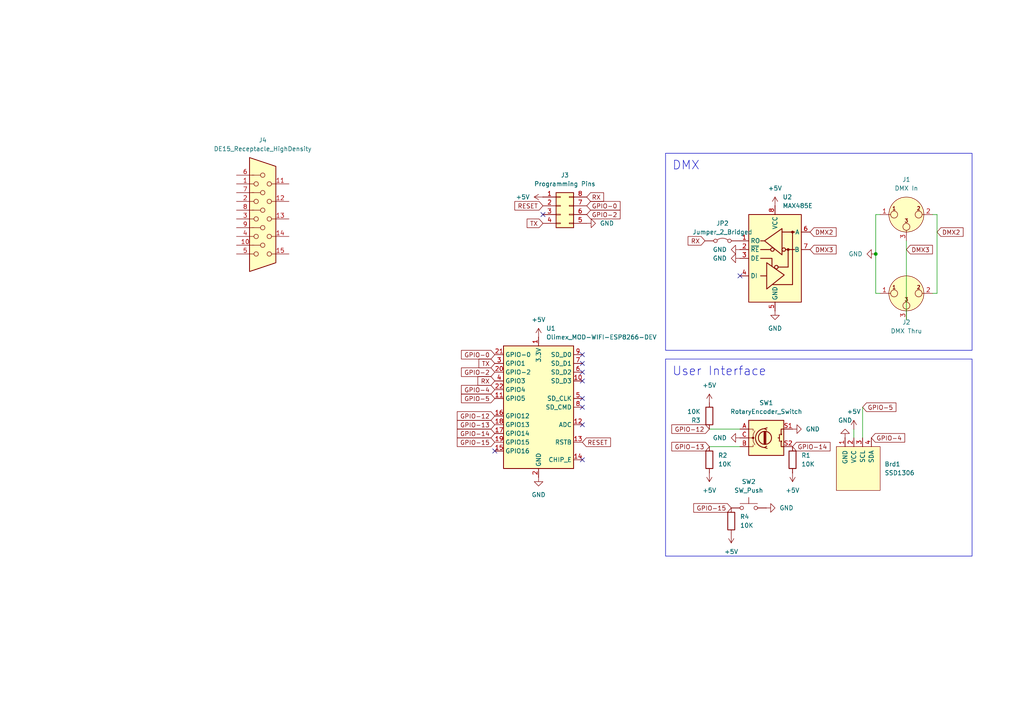
<source format=kicad_sch>
(kicad_sch (version 20250114) (generator "eeschema") (generator_version "9.0")
  (paper "A4")
  (lib_symbols
    (symbol "Connector:DE15_Receptacle_HighDensity" (pin_names (offset 1.016) (hide yes))
      (property "Reference" "J" (at 0 21.59 0))
      (property "Value" "DE15_Receptacle_HighDensity" (at 0 19.05 0))
      (symbol "DE15_Receptacle_HighDensity_0_1"
        (polyline (pts (xy -3.81 17.78) (xy -3.81 -15.24) (xy 3.81 -12.7) (xy 3.81 15.24) (xy -3.81 17.78)) (stroke (width 0.254)) (fill (type background)))
        (polyline (pts (xy -3.175 7.62) (xy -0.635 7.62)))
        (circle (center -1.905 10.16) (radius 0.635))
        (circle (center -1.905 5.08) (radius 0.635))
        (circle (center -1.905 0) (radius 0.635))
        (circle (center -1.905 -5.08) (radius 0.635))
        (circle (center -1.905 -10.16) (radius 0.635))
        (polyline (pts (xy -0.635 12.7) (xy -3.175 12.7)))
        (polyline (pts (xy -0.635 2.54) (xy -3.175 2.54)))
        (polyline (pts (xy -0.635 -2.54) (xy -3.175 -2.54)))
        (polyline (pts (xy -0.635 -7.62) (xy -3.175 -7.62)))
        (circle (center 0 12.7) (radius 0.635))
        (circle (center 0 7.62) (radius 0.635))
        (circle (center 0 2.54) (radius 0.635))
        (circle (center 0 -2.54) (radius 0.635))
        (circle (center 0 -7.62) (radius 0.635))
        (circle (center 1.905 10.16) (radius 0.635))
        (circle (center 1.905 5.08) (radius 0.635))
        (circle (center 1.905 0) (radius 0.635))
        (circle (center 1.905 -5.08) (radius 0.635))
        (circle (center 1.905 -10.16) (radius 0.635))
      )
      (symbol "DE15_Receptacle_HighDensity_1_1"
        (pin passive line (at -7.62 12.7 0) (length 5.08) (name "~") (number "6"))
        (pin passive line (at -7.62 10.16 0) (length 5.08) (name "~") (number "1"))
        (pin passive line (at -7.62 7.62 0) (length 5.08) (name "~") (number "7"))
        (pin passive line (at -7.62 5.08 0) (length 5.08) (name "~") (number "2"))
        (pin passive line (at -7.62 2.54 0) (length 5.08) (name "~") (number "8"))
        (pin passive line (at -7.62 0 0) (length 5.08) (name "~") (number "3"))
        (pin passive line (at -7.62 -2.54 0) (length 5.08) (name "~") (number "9"))
        (pin passive line (at -7.62 -5.08 0) (length 5.08) (name "~") (number "4"))
        (pin passive line (at -7.62 -7.62 0) (length 5.08) (name "~") (number "10"))
        (pin passive line (at -7.62 -10.16 0) (length 5.08) (name "~") (number "5"))
        (pin passive line (at 7.62 10.16 180) (length 5.08) (name "~") (number "11"))
        (pin passive line (at 7.62 5.08 180) (length 5.08) (name "~") (number "12"))
        (pin passive line (at 7.62 0 180) (length 5.08) (name "~") (number "13"))
        (pin passive line (at 7.62 -5.08 180) (length 5.08) (name "~") (number "14"))
        (pin passive line (at 7.62 -10.16 180) (length 5.08) (name "~") (number "15"))
      )
    )
    (symbol "Connector_Audio:XLR3" (pin_names (hide yes))
      (property "Reference" "J" (at 0 8.89 0))
      (property "Value" "XLR3" (at 0 6.35 0))
      (symbol "XLR3_0_1"
        (polyline (pts (xy -5.08 0) (xy -4.572 0)))
        (circle (center -3.556 0) (radius 1.016))
        (circle (center 0 0) (radius 5.08) (fill (type background)))
        (circle (center 0 -3.556) (radius 1.016))
        (polyline (pts (xy 0 -5.08) (xy 0 -4.572)))
        (circle (center 3.556 0) (radius 1.016))
        (polyline (pts (xy 5.08 0) (xy 4.572 0)))
        (text "1" (at -3.556 1.778 0) (effects (font (size 1.016 1.016) (bold yes))))
        (text "3" (at 0 -1.778 0) (effects (font (size 1.016 1.016) (bold yes))))
        (text "2" (at 3.556 1.778 0) (effects (font (size 1.016 1.016) (bold yes))))
        (pin passive line (at -7.62 0 0) (length 2.54) (name "~") (number "1"))
        (pin passive line (at 0 -7.62 90) (length 2.54) (name "~") (number "3"))
        (pin passive line (at 7.62 0 180) (length 2.54) (name "~") (number "2"))
      )
    )
    (symbol "Connector_Generic:Conn_02x04_Counter_Clockwise" (pin_names (offset 1.016) (hide yes))
      (property "Reference" "J" (at 1.27 5.08 0))
      (property "Value" "Conn_02x04_Counter_Clockwise" (at 1.27 -7.62 0))
      (symbol "Conn_02x04_Counter_Clockwise_1_1"
        (rectangle (start -1.27 3.81) (end 3.81 -6.35) (stroke (width 0.254)) (fill (type background)))
        (rectangle (start -1.27 2.667) (end 0 2.413) (stroke (width 0.1524)))
        (rectangle (start -1.27 0.127) (end 0 -0.127) (stroke (width 0.1524)))
        (rectangle (start -1.27 -2.413) (end 0 -2.667) (stroke (width 0.1524)))
        (rectangle (start -1.27 -4.953) (end 0 -5.207) (stroke (width 0.1524)))
        (rectangle (start 3.81 2.667) (end 2.54 2.413) (stroke (width 0.1524)))
        (rectangle (start 3.81 0.127) (end 2.54 -0.127) (stroke (width 0.1524)))
        (rectangle (start 3.81 -2.413) (end 2.54 -2.667) (stroke (width 0.1524)))
        (rectangle (start 3.81 -4.953) (end 2.54 -5.207) (stroke (width 0.1524)))
        (pin passive line (at -5.08 2.54 0) (length 3.81) (name "Pin_1") (number "1"))
        (pin passive line (at -5.08 0 0) (length 3.81) (name "Pin_2") (number "2"))
        (pin passive line (at -5.08 -2.54 0) (length 3.81) (name "Pin_3") (number "3"))
        (pin passive line (at -5.08 -5.08 0) (length 3.81) (name "Pin_4") (number "4"))
        (pin passive line (at 7.62 2.54 180) (length 3.81) (name "Pin_8") (number "8"))
        (pin passive line (at 7.62 0 180) (length 3.81) (name "Pin_7") (number "7"))
        (pin passive line (at 7.62 -2.54 180) (length 3.81) (name "Pin_6") (number "6"))
        (pin passive line (at 7.62 -5.08 180) (length 3.81) (name "Pin_5") (number "5"))
      )
    )
    (symbol "Device:R" (pin_numbers (hide yes)) (pin_names (offset 0))
      (property "Reference" "R" (at 2.032 0 90))
      (property "Value" "R" (at 0 0 90))
      (symbol "R_0_1"
        (rectangle (start -1.016 -2.54) (end 1.016 2.54) (stroke (width 0.254)))
      )
      (symbol "R_1_1"
        (pin passive line (at 0 3.81 270) (length 1.27) (name "~") (number "1"))
        (pin passive line (at 0 -3.81 90) (length 1.27) (name "~") (number "2"))
      )
    )
    (symbol "Device:RotaryEncoder_Switch" (pin_names (offset 0.254) (hide yes))
      (property "Reference" "SW" (at 0 6.604 0))
      (property "Value" "RotaryEncoder_Switch" (at 0 -6.604 0))
      (symbol "RotaryEncoder_Switch_0_1"
        (rectangle (start -5.08 5.08) (end 5.08 -5.08) (stroke (width 0.254)) (fill (type background)))
        (polyline (pts (xy -5.08 2.54) (xy -3.81 2.54) (xy -3.81 2.032)))
        (polyline (pts (xy -5.08 0) (xy -3.81 0) (xy -3.81 -1.016) (xy -3.302 -2.032)))
        (polyline (pts (xy -5.08 -2.54) (xy -3.81 -2.54) (xy -3.81 -2.032)))
        (polyline (pts (xy -4.318 0) (xy -3.81 0) (xy -3.81 1.016) (xy -3.302 2.032)))
        (circle (center -3.81 0) (radius 0.254) (fill (type outline)))
        (polyline (pts (xy -0.635 -1.778) (xy -0.635 1.778)) (stroke (width 0.254)))
        (circle (center -0.381 0) (radius 1.905) (stroke (width 0.254)))
        (polyline (pts (xy -0.381 -1.778) (xy -0.381 1.778)) (stroke (width 0.254)))
        (arc (start -0.381 -2.794) (mid -3.0988 -0.0635) (end -0.381 2.667) (stroke (width 0.254)))
        (polyline (pts (xy -0.127 1.778) (xy -0.127 -1.778)) (stroke (width 0.254)))
        (polyline (pts (xy 0.254 2.921) (xy -0.508 2.667) (xy 0.127 2.286)) (stroke (width 0.254)))
        (polyline (pts (xy 0.254 -3.048) (xy -0.508 -2.794) (xy 0.127 -2.413)) (stroke (width 0.254)))
        (polyline (pts (xy 3.81 1.016) (xy 3.81 -1.016)) (stroke (width 0.254)))
        (polyline (pts (xy 3.81 0) (xy 3.429 0)) (stroke (width 0.254)))
        (circle (center 4.318 1.016) (radius 0.127) (stroke (width 0.254)))
        (circle (center 4.318 -1.016) (radius 0.127) (stroke (width 0.254)))
        (polyline (pts (xy 5.08 2.54) (xy 4.318 2.54) (xy 4.318 1.016)) (stroke (width 0.254)))
        (polyline (pts (xy 5.08 -2.54) (xy 4.318 -2.54) (xy 4.318 -1.016)) (stroke (width 0.254)))
      )
      (symbol "RotaryEncoder_Switch_1_1"
        (pin passive line (at -7.62 2.54 0) (length 2.54) (name "A") (number "A"))
        (pin passive line (at -7.62 0 0) (length 2.54) (name "C") (number "C"))
        (pin passive line (at -7.62 -2.54 0) (length 2.54) (name "B") (number "B"))
        (pin passive line (at 7.62 2.54 180) (length 2.54) (name "S1") (number "S1"))
        (pin passive line (at 7.62 -2.54 180) (length 2.54) (name "S2") (number "S2"))
      )
    )
    (symbol "Interface_UART:MAX485E"
      (property "Reference" "U" (at -6.985 13.97 0))
      (property "Value" "MAX485E" (at 1.905 13.97 0))
      (symbol "MAX485E_0_1"
        (rectangle (start -7.62 12.7) (end 7.62 -12.7) (stroke (width 0.254)) (fill (type background)))
        (polyline (pts (xy -4.191 2.54) (xy -1.27 2.54)) (stroke (width 0.254)))
        (polyline (pts (xy -4.191 0) (xy -0.889 0) (xy -0.889 -2.286)) (stroke (width 0.254)))
        (polyline (pts (xy -3.175 5.08) (xy -4.191 5.08) (xy -4.064 5.08)) (stroke (width 0.254)))
        (polyline (pts (xy -2.54 -5.08) (xy -4.191 -5.08)) (stroke (width 0.254)))
        (polyline (pts (xy -2.413 -5.08) (xy -2.413 -1.27) (xy 2.667 -4.826) (xy -2.413 -8.89) (xy -2.413 -5.08)) (stroke (width 0.254)))
        (polyline (pts (xy -0.635 -7.62) (xy 5.08 -7.62)) (stroke (width 0.254)))
        (circle (center 0.381 -2.54) (radius 0.508) (stroke (width 0.254)))
        (polyline (pts (xy 0.889 -2.54) (xy 3.81 -2.54)) (stroke (width 0.254)))
        (polyline (pts (xy 2.032 7.62) (xy 5.715 7.62)) (stroke (width 0.254)))
        (polyline (pts (xy 3.048 2.54) (xy 5.715 2.54)) (stroke (width 0.254)))
        (circle (center 3.81 2.54) (radius 0.2794) (stroke (width 0.254)) (fill (type outline)))
        (polyline (pts (xy 3.81 -2.54) (xy 3.81 2.54)) (stroke (width 0.254)))
        (polyline (pts (xy 5.08 -7.62) (xy 5.08 7.62)) (stroke (width 0.254)))
      )
      (symbol "MAX485E_1_1"
        (circle (center -0.762 2.54) (radius 0.508) (stroke (width 0.254)))
        (polyline (pts (xy 2.032 4.826) (xy 2.032 8.636) (xy -3.048 5.08) (xy 2.032 1.016) (xy 2.032 4.826)) (stroke (width 0.254)))
        (circle (center 2.54 2.54) (radius 0.508) (stroke (width 0.254)))
        (circle (center 5.08 7.62) (radius 0.2794) (stroke (width 0.254)) (fill (type outline)))
        (pin output line (at -10.16 5.08 0) (length 2.54) (name "RO") (number "1"))
        (pin input line (at -10.16 2.54 0) (length 2.54) (name "~{RE}") (number "2"))
        (pin input line (at -10.16 0 0) (length 2.54) (name "DE") (number "3"))
        (pin input line (at -10.16 -5.08 0) (length 2.54) (name "DI") (number "4"))
        (pin power_in line (at 0 15.24 270) (length 2.54) (name "VCC") (number "8"))
        (pin power_in line (at 0 -15.24 90) (length 2.54) (name "GND") (number "5"))
        (pin bidirectional line (at 10.16 7.62 180) (length 2.54) (name "A") (number "6"))
        (pin bidirectional line (at 10.16 2.54 180) (length 2.54) (name "B") (number "7"))
      )
    )
    (symbol "Jumper:Jumper_2_Bridged" (pin_numbers (hide yes)) (pin_names (offset 0) (hide yes)) (exclude_from_sim yes)
      (property "Reference" "JP" (at 0 1.905 0))
      (property "Value" "Jumper_2_Bridged" (at 0 -2.54 0))
      (symbol "Jumper_2_Bridged_0_0"
        (circle (center -2.032 0) (radius 0.508))
        (circle (center 2.032 0) (radius 0.508))
      )
      (symbol "Jumper_2_Bridged_0_1"
        (arc (start -1.524 0.254) (mid 0 0.762) (end 1.524 0.254))
      )
      (symbol "Jumper_2_Bridged_1_1"
        (pin passive line (at -5.08 0 0) (length 2.54) (name "A") (number "1"))
        (pin passive line (at 5.08 0 180) (length 2.54) (name "B") (number "2"))
      )
    )
    (symbol "MCU_Module:Olimex_MOD-WIFI-ESP8266-DEV"
      (property "Reference" "U" (at 1.27 21.59 0))
      (property "Value" "Olimex_MOD-WIFI-ESP8266-DEV" (at 1.27 19.05 0))
      (symbol "Olimex_MOD-WIFI-ESP8266-DEV_0_1"
        (rectangle (start -10.16 17.78) (end 10.16 -17.78) (stroke (width 0.254)) (fill (type background)))
      )
      (symbol "Olimex_MOD-WIFI-ESP8266-DEV_1_1"
        (pin bidirectional line (at -12.7 15.24 0) (length 2.54) (name "GPIO-0") (number "21"))
        (pin bidirectional line (at -12.7 12.7 0) (length 2.54) (name "GPIO1") (number "3"))
        (pin bidirectional line (at -12.7 10.16 0) (length 2.54) (name "GPIO-2") (number "20"))
        (pin bidirectional line (at -12.7 7.62 0) (length 2.54) (name "GPIO3") (number "4"))
        (pin bidirectional line (at -12.7 5.08 0) (length 2.54) (name "GPIO4") (number "22"))
        (pin bidirectional line (at -12.7 2.54 0) (length 2.54) (name "GPIO5") (number "11"))
        (pin bidirectional line (at -12.7 -2.54 0) (length 2.54) (name "GPIO12") (number "16"))
        (pin bidirectional line (at -12.7 -5.08 0) (length 2.54) (name "GPIO13") (number "18"))
        (pin bidirectional line (at -12.7 -7.62 0) (length 2.54) (name "GPIO14") (number "17"))
        (pin bidirectional line (at -12.7 -10.16 0) (length 2.54) (name "GPIO15") (number "19"))
        (pin bidirectional line (at -12.7 -12.7 0) (length 2.54) (name "GPIO16") (number "15"))
        (pin power_in line (at 0 20.32 270) (length 2.54) (name "3.3V") (number "1"))
        (pin power_in line (at 0 -20.32 90) (length 2.54) (name "GND") (number "2"))
        (pin unspecified line (at 12.7 15.24 180) (length 2.54) (name "SD_D0") (number "9"))
        (pin unspecified line (at 12.7 12.7 180) (length 2.54) (name "SD_D1") (number "7"))
        (pin unspecified line (at 12.7 10.16 180) (length 2.54) (name "SD_D2") (number "6"))
        (pin unspecified line (at 12.7 7.62 180) (length 2.54) (name "SD_D3") (number "10"))
        (pin unspecified line (at 12.7 2.54 180) (length 2.54) (name "SD_CLK") (number "5"))
        (pin unspecified line (at 12.7 0 180) (length 2.54) (name "SD_CMD") (number "8"))
        (pin unspecified line (at 12.7 -5.08 180) (length 2.54) (name "ADC") (number "12"))
        (pin input line (at 12.7 -10.16 180) (length 2.54) (name "RSTB") (number "13"))
        (pin unspecified line (at 12.7 -15.24 180) (length 2.54) (name "CHIP_E") (number "14"))
      )
    )
    (symbol "SSD1306-128x64_OLED:SSD1306" (pin_names (offset 1.016))
      (property "Reference" "Brd" (at 0 -3.81 0))
      (property "Value" "SSD1306" (at 0 -1.27 0))
      (symbol "SSD1306_0_1"
        (rectangle (start -6.35 6.35) (end 6.35 -6.35) (fill (type background)))
      )
      (symbol "SSD1306_1_1"
        (pin input line (at -3.81 8.89 270) (length 2.54) (name "GND") (number "1"))
        (pin input line (at -1.27 8.89 270) (length 2.54) (name "VCC") (number "2"))
        (pin input line (at 1.27 8.89 270) (length 2.54) (name "SCL") (number "3"))
        (pin input line (at 3.81 8.89 270) (length 2.54) (name "SDA") (number "4"))
      )
    )
    (symbol "Switch:SW_Push" (pin_numbers (hide yes)) (pin_names (offset 1.016) (hide yes))
      (property "Reference" "SW" (at 1.27 2.54 0))
      (property "Value" "SW_Push" (at 0 -1.524 0))
      (symbol "SW_Push_0_1"
        (circle (center -2.032 0) (radius 0.508))
        (polyline (pts (xy 0 1.27) (xy 0 3.048)))
        (circle (center 2.032 0) (radius 0.508))
        (polyline (pts (xy 2.54 1.27) (xy -2.54 1.27)))
        (pin passive line (at -5.08 0 0) (length 2.54) (name "1") (number "1"))
        (pin passive line (at 5.08 0 180) (length 2.54) (name "2") (number "2"))
      )
    )
    (symbol "power:+5V" (power) (pin_numbers (hide yes)) (pin_names (offset 0) (hide yes))
      (property "Value" "+5V" (at 0 3.556 0))
      (symbol "+5V_0_1"
        (polyline (pts (xy -0.762 1.27) (xy 0 2.54)))
        (polyline (pts (xy 0 2.54) (xy 0.762 1.27)))
        (polyline (pts (xy 0 0) (xy 0 2.54)))
      )
      (symbol "+5V_1_1"
        (pin power_in line (at 0 0 90) (length 0) (name "~") (number "1"))
      )
    )
    (symbol "power:GND" (power) (pin_numbers (hide yes)) (pin_names (offset 0) (hide yes))
      (property "Value" "GND" (at 0 -3.81 0))
      (symbol "GND_0_1"
        (polyline (pts (xy 0 0) (xy 0 -1.27) (xy 1.27 -1.27) (xy 0 -2.54) (xy -1.27 -1.27) (xy 0 -1.27)))
      )
      (symbol "GND_1_1"
        (pin power_in line (at 0 0 270) (length 0) (name "~") (number "1"))
      )
    )
  )
  (text_box "DMX" (at 193.04 44.45 0) (size 88.9 57.15) (margins 1.905 1.905 1.905 1.905) (effects (font (size 2.54 2.54)) (justify left top)))
  (text_box "User Interface" (at 193.04 104.14 0) (size 88.9 57.15) (margins 1.905 1.905 1.905 1.905) (effects (font (size 2.54 2.54)) (justify left top)))
  (junction (at 254 73.66))
  (no_connect (at 168.91 107.95))
  (no_connect (at 168.91 105.41))
  (no_connect (at 168.91 102.87))
  (no_connect (at 143.51 130.81))
  (no_connect (at 168.91 123.19))
  (no_connect (at 168.91 110.49))
  (no_connect (at 168.91 115.57))
  (no_connect (at 168.91 118.11))
  (no_connect (at 157.48 62.23))
  (no_connect (at 214.63 80.01))
  (no_connect (at 168.91 133.35))
  (wire (pts (xy 250.19 118.11) (xy 250.19 127)))
  (wire (pts (xy 205.74 124.46) (xy 214.63 124.46)))
  (wire (pts (xy 262.89 69.85) (xy 262.89 92.71)))
  (wire (pts (xy 271.78 85.09) (xy 270.51 85.09)))
  (wire (pts (xy 254 62.23) (xy 255.27 62.23)))
  (wire (pts (xy 271.78 62.23) (xy 271.78 85.09)))
  (wire (pts (xy 254 62.23) (xy 254 73.66)))
  (wire (pts (xy 254 73.66) (xy 254 85.09)))
  (wire (pts (xy 254 85.09) (xy 255.27 85.09)))
  (wire (pts (xy 247.65 124.46) (xy 247.65 127)))
  (wire (pts (xy 205.74 129.54) (xy 214.63 129.54)))
  (wire (pts (xy 271.78 62.23) (xy 270.51 62.23)))
  (global_label "GPIO-4" (shape input) (at 143.51 113.03 180) (property "Intersheetrefs" "${INTERSHEET_REFS}" (effects (hide yes))))
  (global_label "DMX2" (shape input) (at 271.78 67.31 0) (property "Intersheetrefs" "${INTERSHEET_REFS}" (effects (hide yes))))
  (global_label "GPIO-4" (shape input) (at 252.73 127 0) (property "Intersheetrefs" "${INTERSHEET_REFS}" (effects (hide yes))))
  (global_label "GPIO-0" (shape input) (at 170.18 59.69 0) (property "Intersheetrefs" "${INTERSHEET_REFS}" (effects (hide yes))))
  (global_label "GPIO-5" (shape input) (at 143.51 115.57 180) (property "Intersheetrefs" "${INTERSHEET_REFS}" (effects (hide yes))))
  (global_label "GPIO-0" (shape input) (at 143.51 102.87 180) (property "Intersheetrefs" "${INTERSHEET_REFS}" (effects (hide yes))))
  (global_label "GPIO-12" (shape input) (at 143.51 120.65 180) (property "Intersheetrefs" "${INTERSHEET_REFS}" (effects (hide yes))))
  (global_label "GPIO-14" (shape input) (at 143.51 125.73 180) (property "Intersheetrefs" "${INTERSHEET_REFS}" (effects (hide yes))))
  (global_label "GPIO-2" (shape input) (at 170.18 62.23 0) (property "Intersheetrefs" "${INTERSHEET_REFS}" (effects (hide yes))))
  (global_label "DMX2" (shape input) (at 234.95 67.31 0) (property "Intersheetrefs" "${INTERSHEET_REFS}" (effects (hide yes))))
  (global_label "RX" (shape input) (at 143.51 110.49 180) (property "Intersheetrefs" "${INTERSHEET_REFS}" (effects (hide yes))))
  (global_label "RESET" (shape input) (at 157.48 59.69 180) (property "Intersheetrefs" "${INTERSHEET_REFS}" (effects (hide yes))))
  (global_label "TX" (shape input) (at 143.51 105.41 180) (property "Intersheetrefs" "${INTERSHEET_REFS}" (effects (hide yes))))
  (global_label "TX" (shape input) (at 157.48 64.77 180) (property "Intersheetrefs" "${INTERSHEET_REFS}" (effects (hide yes))))
  (global_label "RX" (shape input) (at 204.47 69.85 180) (property "Intersheetrefs" "${INTERSHEET_REFS}" (effects (hide yes))))
  (global_label "GPIO-5" (shape input) (at 250.19 118.11 0) (property "Intersheetrefs" "${INTERSHEET_REFS}" (effects (hide yes))))
  (global_label "GPIO-15" (shape input) (at 143.51 128.27 180) (property "Intersheetrefs" "${INTERSHEET_REFS}" (effects (hide yes))))
  (global_label "GPIO-14" (shape input) (at 229.87 129.54 0) (property "Intersheetrefs" "${INTERSHEET_REFS}" (effects (hide yes))))
  (global_label "GPIO-2" (shape input) (at 143.51 107.95 180) (property "Intersheetrefs" "${INTERSHEET_REFS}" (effects (hide yes))))
  (global_label "RX" (shape input) (at 170.18 57.15 0) (property "Intersheetrefs" "${INTERSHEET_REFS}" (effects (hide yes))))
  (global_label "GPIO-13" (shape input) (at 143.51 123.19 180) (property "Intersheetrefs" "${INTERSHEET_REFS}" (effects (hide yes))))
  (global_label "RESET" (shape input) (at 168.91 128.27 0) (property "Intersheetrefs" "${INTERSHEET_REFS}" (effects (hide yes))))
  (global_label "GPIO-15" (shape input) (at 212.09 147.32 180) (property "Intersheetrefs" "${INTERSHEET_REFS}" (effects (hide yes))))
  (global_label "DMX3" (shape input) (at 234.95 72.39 0) (property "Intersheetrefs" "${INTERSHEET_REFS}" (effects (hide yes))))
  (global_label "GPIO-12" (shape input) (at 205.74 124.46 180) (property "Intersheetrefs" "${INTERSHEET_REFS}" (effects (hide yes))))
  (global_label "DMX3" (shape input) (at 262.89 72.39 0) (property "Intersheetrefs" "${INTERSHEET_REFS}" (effects (hide yes))))
  (global_label "GPIO-13" (shape input) (at 205.74 129.54 180) (property "Intersheetrefs" "${INTERSHEET_REFS}" (effects (hide yes))))
  (symbol (lib_id "Switch:SW_Push") (at 217.17 147.32 0) (unit 1)
    (property "Reference" "SW2" (at 217.17 139.7 0))
    (property "Value" "SW_Push" (at 217.17 142.24 0))
    (property "Footprint" "Button_Switch_THT:SW_PUSH-12mm" (effects (hide yes)))
    (property "Description" "Push button switch, generic, two pins" (effects (hide yes)))
  )
  (symbol (lib_id "power:GND") (at 214.63 127 270) (unit 1)
    (property "Reference" "#PWR013" (effects (hide yes)))
    (property "Value" "GND" (at 210.82 126.9999 90) (effects (justify right)))
    (property "Description" "Power symbol creates a global label with name \"GND\" , ground" (effects (hide yes)))
  )
  (symbol (lib_id "SSD1306-128x64_OLED:SSD1306") (at 248.92 135.89 0) (unit 1)
    (property "Reference" "Brd1" (at 256.54 134.6199 0) (effects (justify left)))
    (property "Value" "SSD1306" (at 256.54 137.1599 0) (effects (justify left)))
    (property "Footprint" "SSD1306:128x64OLED" (effects (hide yes)))
    (property "Description" "SSD1306 OLED" (effects (hide yes)))
  )
  (symbol (lib_id "power:GND") (at 254 73.66 270) (unit 1)
    (property "Reference" "#PWR05" (effects (hide yes)))
    (property "Value" "GND" (at 250.19 73.6599 90) (effects (justify right)))
    (property "Description" "Power symbol creates a global label with name \"GND\" , ground" (effects (hide yes)))
  )
  (symbol (lib_id "power:+5V") (at 224.79 59.69 0) (unit 1)
    (property "Reference" "#PWR01" (effects (hide yes)))
    (property "Value" "+5V" (at 224.79 54.61 0))
    (property "Description" "Power symbol creates a global label with name \"+5V\"" (effects (hide yes)))
  )
  (symbol (lib_id "Jumper:Jumper_2_Bridged") (at 209.55 69.85 0) (unit 1) (exclude_from_sim yes)
    (property "Reference" "JP2" (at 209.55 64.77 0))
    (property "Value" "Jumper_2_Bridged" (at 209.55 67.31 0))
    (property "Description" "Jumper, 2-pole, closed/bridged" (effects (hide yes)))
  )
  (symbol (lib_id "power:GND") (at 170.18 64.77 90) (unit 1)
    (property "Reference" "#PWR09" (effects (hide yes)))
    (property "Value" "GND" (at 173.99 64.7699 90) (effects (justify right)))
    (property "Description" "Power symbol creates a global label with name \"GND\" , ground" (effects (hide yes)))
  )
  (symbol (lib_id "MCU_Module:Olimex_MOD-WIFI-ESP8266-DEV") (at 156.21 118.11 0) (unit 1)
    (property "Reference" "U1" (at 158.4041 95.25 0) (effects (justify left)))
    (property "Value" "Olimex_MOD-WIFI-ESP8266-DEV" (at 158.4041 97.79 0) (effects (justify left)))
    (property "Footprint" "Module:Olimex_MOD-WIFI-ESP8266-DEV" (effects (hide yes)))
    (property "Datasheet" "https://raw.githubusercontent.com/OLIMEX/ESP8266/master/HARDWARE/MOD-WIFI-ESP8266-DEV/MOD-WiFi-ESP8266-DEV%20revision%20B2/MOD-WiFi-ESP8266-DEV_Rev_B2.pdf" (effects (hide yes)))
    (property "Description" "ESP8266 development board" (effects (hide yes)))
  )
  (symbol (lib_id "Device:RotaryEncoder_Switch") (at 222.25 127 0) (unit 1)
    (property "Reference" "SW1" (at 222.25 116.84 0))
    (property "Value" "RotaryEncoder_Switch" (at 222.25 119.38 0))
    (property "Footprint" "Rotary_Encoder:RotaryEncoder_Alps_EC12E-Switch_Vertical_H20mm" (effects (hide yes)))
    (property "Description" "Rotary encoder, dual channel, incremental quadrate outputs, with switch" (effects (hide yes)))
  )
  (symbol (lib_id "power:GND") (at 222.25 147.32 90) (unit 1)
    (property "Reference" "#PWR018" (effects (hide yes)))
    (property "Value" "GND" (at 226.06 147.3199 90) (effects (justify right)))
    (property "Description" "Power symbol creates a global label with name \"GND\" , ground" (effects (hide yes)))
  )
  (symbol (lib_id "Device:R") (at 205.74 133.35 0) (unit 1)
    (property "Reference" "R2" (at 208.28 132.0799 0) (effects (justify left)))
    (property "Value" "10K" (at 208.28 134.6199 0) (effects (justify left)))
    (property "Footprint" "Resistor_SMD:R_1206_3216Metric" (effects (hide yes)))
    (property "Description" "Resistor" (effects (hide yes)))
  )
  (symbol (lib_id "power:GND") (at 229.87 124.46 90) (unit 1)
    (property "Reference" "#PWR012" (effects (hide yes)))
    (property "Value" "GND" (at 233.68 124.4599 90) (effects (justify right)))
    (property "Description" "Power symbol creates a global label with name \"GND\" , ground" (effects (hide yes)))
  )
  (symbol (lib_id "Device:R") (at 212.09 151.13 0) (unit 1)
    (property "Reference" "R4" (at 214.63 149.8599 0) (effects (justify left)))
    (property "Value" "10K" (at 214.63 152.3999 0) (effects (justify left)))
    (property "Footprint" "Resistor_SMD:R_1206_3216Metric" (effects (hide yes)))
    (property "Description" "Resistor" (effects (hide yes)))
  )
  (symbol (lib_id "Connector_Audio:XLR3") (at 262.89 62.23 0) (unit 1)
    (property "Reference" "J1" (at 262.89 52.07 0))
    (property "Value" "DMX In" (at 262.89 54.61 0))
    (property "Footprint" "Connector_Audio:Jack_XLR_Neutrik_NC3MAAV_Vertical" (effects (hide yes)))
    (property "Description" "XLR Connector, Male or Female, 3 Pins" (effects (hide yes)))
  )
  (symbol (lib_id "power:+5V") (at 212.09 154.94 180) (unit 1)
    (property "Reference" "#PWR017" (effects (hide yes)))
    (property "Value" "+5V" (at 212.09 160.02 0))
    (property "Description" "Power symbol creates a global label with name \"+5V\"" (effects (hide yes)))
  )
  (symbol (lib_id "power:GND") (at 156.21 138.43 0) (unit 1)
    (property "Reference" "#PWR04" (effects (hide yes)))
    (property "Value" "GND" (at 156.21 143.51 0))
    (property "Description" "Power symbol creates a global label with name \"GND\" , ground" (effects (hide yes)))
  )
  (symbol (lib_id "power:+5V") (at 157.48 57.15 90) (unit 1)
    (property "Reference" "#PWR08" (effects (hide yes)))
    (property "Value" "+5V" (at 153.67 57.1499 90) (effects (justify left)))
    (property "Description" "Power symbol creates a global label with name \"+5V\"" (effects (hide yes)))
  )
  (symbol (lib_id "Connector:DE15_Receptacle_HighDensity") (at 76.2 63.5 0) (unit 1)
    (property "Reference" "J4" (at 76.2 40.64 0))
    (property "Value" "DE15_Receptacle_HighDensity" (at 76.2 43.18 0))
    (property "Footprint" "Connector_Dsub:DSUB-15-HD_Female_Horizontal_P2.29x1.98mm_EdgePinOffset8.35mm_Housed_MountingHolesOffset10.89mm" (effects (hide yes)))
    (property "Description" "15-pin female receptacle socket D-SUB connector, High density (3 columns), Triple Row, Generic, VGA-connector" (effects (hide yes)))
  )
  (symbol (lib_id "power:+5V") (at 205.74 137.16 180) (unit 1)
    (property "Reference" "#PWR015" (effects (hide yes)))
    (property "Value" "+5V" (at 205.74 142.24 0))
    (property "Description" "Power symbol creates a global label with name \"+5V\"" (effects (hide yes)))
  )
  (symbol (lib_id "Interface_UART:MAX485E") (at 224.79 74.93 0) (unit 1)
    (property "Reference" "U2" (at 226.9841 57.15 0) (effects (justify left)))
    (property "Value" "MAX485E" (at 226.9841 59.69 0) (effects (justify left)))
    (property "Footprint" "Package_SO:SOIC-8_3.9x4.9mm_P1.27mm" (effects (hide yes)))
    (property "Datasheet" "https://datasheets.maximintegrated.com/en/ds/MAX1487E-MAX491E.pdf" (effects (hide yes)))
    (property "Description" "Half duplex RS-485/RS-422, 2.5 Mbps, ±15kV electro-static discharge (ESD) protection, no slew-rate, no low-power shutdown, with receiver/driver enable, 32 receiver drive capability, DIP-8 and SOIC-8" (effects (hide yes)))
  )
  (symbol (lib_id "power:+5V") (at 229.87 137.16 180) (unit 1)
    (property "Reference" "#PWR014" (effects (hide yes)))
    (property "Value" "+5V" (at 229.87 142.24 0))
    (property "Description" "Power symbol creates a global label with name \"+5V\"" (effects (hide yes)))
  )
  (symbol (lib_id "Connector_Audio:XLR3") (at 262.89 85.09 0) (unit 1)
    (property "Reference" "J2" (at 262.89 93.472 0))
    (property "Value" "DMX Thru" (at 262.89 96.012 0))
    (property "Footprint" "Connector_Audio:Jack_XLR_Neutrik_NC3FAAV2_Vertical" (effects (hide yes)))
    (property "Description" "XLR Connector, Male or Female, 3 Pins" (effects (hide yes)))
  )
  (symbol (lib_id "Device:R") (at 205.74 120.65 180) (unit 1)
    (property "Reference" "R3" (at 203.2 121.9201 0) (effects (justify left)))
    (property "Value" "10K" (at 203.2 119.3801 0) (effects (justify left)))
    (property "Footprint" "Resistor_SMD:R_1206_3216Metric" (effects (hide yes)))
    (property "Description" "Resistor" (effects (hide yes)))
  )
  (symbol (lib_id "Connector_Generic:Conn_02x04_Counter_Clockwise") (at 162.56 59.69 0) (unit 1)
    (property "Reference" "J3" (at 163.83 50.8 0))
    (property "Value" "Programming Pins" (at 163.83 53.34 0))
    (property "Footprint" "Connector_PinSocket_2.54mm:PinSocket_2x04_P2.54mm_Vertical" (effects (hide yes)))
    (property "Description" "Generic connector, double row, 02x04, counter clockwise pin numbering scheme (similar to DIP package numbering), script generated (kicad-library-utils/schlib/autogen/connector/)" (effects (hide yes)))
  )
  (symbol (lib_id "power:GND") (at 245.11 127 180) (unit 1)
    (property "Reference" "#PWR010" (effects (hide yes)))
    (property "Value" "GND" (at 245.11 121.92 0))
    (property "Description" "Power symbol creates a global label with name \"GND\" , ground" (effects (hide yes)))
  )
  (symbol (lib_id "power:GND") (at 214.63 74.93 270) (unit 1)
    (property "Reference" "#PWR07" (effects (hide yes)))
    (property "Value" "GND" (at 210.82 74.9299 90) (effects (justify right)))
    (property "Description" "Power symbol creates a global label with name \"GND\" , ground" (effects (hide yes)))
  )
  (symbol (lib_id "power:+5V") (at 247.65 124.46 0) (unit 1)
    (property "Reference" "#PWR011" (effects (hide yes)))
    (property "Value" "+5V" (at 247.65 119.38 0))
    (property "Description" "Power symbol creates a global label with name \"+5V\"" (effects (hide yes)))
  )
  (symbol (lib_id "power:GND") (at 224.79 90.17 0) (unit 1)
    (property "Reference" "#PWR03" (effects (hide yes)))
    (property "Value" "GND" (at 224.79 95.25 0))
    (property "Description" "Power symbol creates a global label with name \"GND\" , ground" (effects (hide yes)))
  )
  (symbol (lib_id "power:+5V") (at 156.21 97.79 0) (unit 1)
    (property "Reference" "#PWR02" (effects (hide yes)))
    (property "Value" "+5V" (at 156.21 92.71 0))
    (property "Description" "Power symbol creates a global label with name \"+5V\"" (effects (hide yes)))
  )
  (symbol (lib_id "power:+5V") (at 205.74 116.84 0) (unit 1)
    (property "Reference" "#PWR016" (effects (hide yes)))
    (property "Value" "+5V" (at 205.74 111.76 0))
    (property "Description" "Power symbol creates a global label with name \"+5V\"" (effects (hide yes)))
  )
  (symbol (lib_id "Device:R") (at 229.87 133.35 0) (unit 1)
    (property "Reference" "R1" (at 232.41 132.0799 0) (effects (justify left)))
    (property "Value" "10K" (at 232.41 134.6199 0) (effects (justify left)))
    (property "Footprint" "Resistor_SMD:R_1206_3216Metric" (effects (hide yes)))
    (property "Description" "Resistor" (effects (hide yes)))
  )
  (symbol (lib_id "power:GND") (at 214.63 72.39 270) (unit 1)
    (property "Reference" "#PWR06" (effects (hide yes)))
    (property "Value" "GND" (at 210.82 72.3899 90) (effects (justify right)))
    (property "Description" "Power symbol creates a global label with name \"GND\" , ground" (effects (hide yes)))
  )
)
</source>
